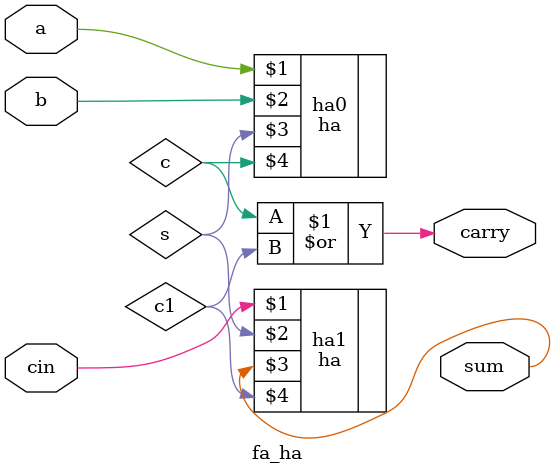
<source format=v>
module fa_ha(
    input a,b,cin,
    output sum,carry
);

wire c,c1,s;

ha ha0(a,b,s,c);
ha ha1(cin,s,sum,c1);

assign carry = c | c1 ;

endmodule

</source>
